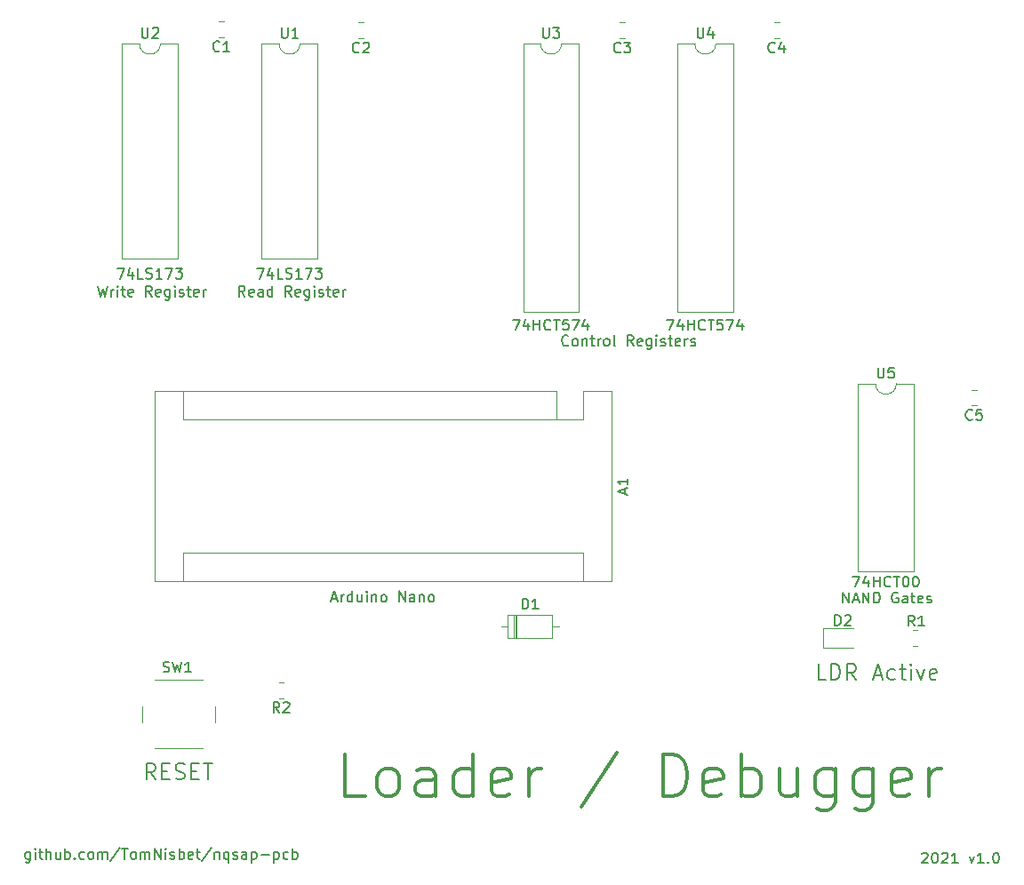
<source format=gto>
G04 #@! TF.GenerationSoftware,KiCad,Pcbnew,(5.1.9)-1*
G04 #@! TF.CreationDate,2021-10-03T23:58:30-04:00*
G04 #@! TF.ProjectId,loader,6c6f6164-6572-42e6-9b69-6361645f7063,1.0*
G04 #@! TF.SameCoordinates,Original*
G04 #@! TF.FileFunction,Legend,Top*
G04 #@! TF.FilePolarity,Positive*
%FSLAX46Y46*%
G04 Gerber Fmt 4.6, Leading zero omitted, Abs format (unit mm)*
G04 Created by KiCad (PCBNEW (5.1.9)-1) date 2021-10-03 23:58:30*
%MOMM*%
%LPD*%
G01*
G04 APERTURE LIST*
%ADD10C,0.150000*%
%ADD11C,0.300000*%
%ADD12C,0.120000*%
%ADD13C,0.170000*%
%ADD14O,1.700000X1.700000*%
%ADD15R,1.700000X1.700000*%
%ADD16C,2.000000*%
%ADD17O,1.600000X1.600000*%
%ADD18R,1.600000X1.600000*%
G04 APERTURE END LIST*
D10*
X90500000Y-132185714D02*
X90500000Y-132995238D01*
X90452380Y-133090476D01*
X90404761Y-133138095D01*
X90309523Y-133185714D01*
X90166666Y-133185714D01*
X90071428Y-133138095D01*
X90500000Y-132804761D02*
X90404761Y-132852380D01*
X90214285Y-132852380D01*
X90119047Y-132804761D01*
X90071428Y-132757142D01*
X90023809Y-132661904D01*
X90023809Y-132376190D01*
X90071428Y-132280952D01*
X90119047Y-132233333D01*
X90214285Y-132185714D01*
X90404761Y-132185714D01*
X90500000Y-132233333D01*
X90976190Y-132852380D02*
X90976190Y-132185714D01*
X90976190Y-131852380D02*
X90928571Y-131900000D01*
X90976190Y-131947619D01*
X91023809Y-131900000D01*
X90976190Y-131852380D01*
X90976190Y-131947619D01*
X91309523Y-132185714D02*
X91690476Y-132185714D01*
X91452380Y-131852380D02*
X91452380Y-132709523D01*
X91500000Y-132804761D01*
X91595238Y-132852380D01*
X91690476Y-132852380D01*
X92023809Y-132852380D02*
X92023809Y-131852380D01*
X92452380Y-132852380D02*
X92452380Y-132328571D01*
X92404761Y-132233333D01*
X92309523Y-132185714D01*
X92166666Y-132185714D01*
X92071428Y-132233333D01*
X92023809Y-132280952D01*
X93357142Y-132185714D02*
X93357142Y-132852380D01*
X92928571Y-132185714D02*
X92928571Y-132709523D01*
X92976190Y-132804761D01*
X93071428Y-132852380D01*
X93214285Y-132852380D01*
X93309523Y-132804761D01*
X93357142Y-132757142D01*
X93833333Y-132852380D02*
X93833333Y-131852380D01*
X93833333Y-132233333D02*
X93928571Y-132185714D01*
X94119047Y-132185714D01*
X94214285Y-132233333D01*
X94261904Y-132280952D01*
X94309523Y-132376190D01*
X94309523Y-132661904D01*
X94261904Y-132757142D01*
X94214285Y-132804761D01*
X94119047Y-132852380D01*
X93928571Y-132852380D01*
X93833333Y-132804761D01*
X94738095Y-132757142D02*
X94785714Y-132804761D01*
X94738095Y-132852380D01*
X94690476Y-132804761D01*
X94738095Y-132757142D01*
X94738095Y-132852380D01*
X95642857Y-132804761D02*
X95547619Y-132852380D01*
X95357142Y-132852380D01*
X95261904Y-132804761D01*
X95214285Y-132757142D01*
X95166666Y-132661904D01*
X95166666Y-132376190D01*
X95214285Y-132280952D01*
X95261904Y-132233333D01*
X95357142Y-132185714D01*
X95547619Y-132185714D01*
X95642857Y-132233333D01*
X96214285Y-132852380D02*
X96119047Y-132804761D01*
X96071428Y-132757142D01*
X96023809Y-132661904D01*
X96023809Y-132376190D01*
X96071428Y-132280952D01*
X96119047Y-132233333D01*
X96214285Y-132185714D01*
X96357142Y-132185714D01*
X96452380Y-132233333D01*
X96500000Y-132280952D01*
X96547619Y-132376190D01*
X96547619Y-132661904D01*
X96500000Y-132757142D01*
X96452380Y-132804761D01*
X96357142Y-132852380D01*
X96214285Y-132852380D01*
X96976190Y-132852380D02*
X96976190Y-132185714D01*
X96976190Y-132280952D02*
X97023809Y-132233333D01*
X97119047Y-132185714D01*
X97261904Y-132185714D01*
X97357142Y-132233333D01*
X97404761Y-132328571D01*
X97404761Y-132852380D01*
X97404761Y-132328571D02*
X97452380Y-132233333D01*
X97547619Y-132185714D01*
X97690476Y-132185714D01*
X97785714Y-132233333D01*
X97833333Y-132328571D01*
X97833333Y-132852380D01*
X99023809Y-131804761D02*
X98166666Y-133090476D01*
X99214285Y-131852380D02*
X99785714Y-131852380D01*
X99500000Y-132852380D02*
X99500000Y-131852380D01*
X100261904Y-132852380D02*
X100166666Y-132804761D01*
X100119047Y-132757142D01*
X100071428Y-132661904D01*
X100071428Y-132376190D01*
X100119047Y-132280952D01*
X100166666Y-132233333D01*
X100261904Y-132185714D01*
X100404761Y-132185714D01*
X100500000Y-132233333D01*
X100547619Y-132280952D01*
X100595238Y-132376190D01*
X100595238Y-132661904D01*
X100547619Y-132757142D01*
X100500000Y-132804761D01*
X100404761Y-132852380D01*
X100261904Y-132852380D01*
X101023809Y-132852380D02*
X101023809Y-132185714D01*
X101023809Y-132280952D02*
X101071428Y-132233333D01*
X101166666Y-132185714D01*
X101309523Y-132185714D01*
X101404761Y-132233333D01*
X101452380Y-132328571D01*
X101452380Y-132852380D01*
X101452380Y-132328571D02*
X101500000Y-132233333D01*
X101595238Y-132185714D01*
X101738095Y-132185714D01*
X101833333Y-132233333D01*
X101880952Y-132328571D01*
X101880952Y-132852380D01*
X102357142Y-132852380D02*
X102357142Y-131852380D01*
X102928571Y-132852380D01*
X102928571Y-131852380D01*
X103404761Y-132852380D02*
X103404761Y-132185714D01*
X103404761Y-131852380D02*
X103357142Y-131900000D01*
X103404761Y-131947619D01*
X103452380Y-131900000D01*
X103404761Y-131852380D01*
X103404761Y-131947619D01*
X103833333Y-132804761D02*
X103928571Y-132852380D01*
X104119047Y-132852380D01*
X104214285Y-132804761D01*
X104261904Y-132709523D01*
X104261904Y-132661904D01*
X104214285Y-132566666D01*
X104119047Y-132519047D01*
X103976190Y-132519047D01*
X103880952Y-132471428D01*
X103833333Y-132376190D01*
X103833333Y-132328571D01*
X103880952Y-132233333D01*
X103976190Y-132185714D01*
X104119047Y-132185714D01*
X104214285Y-132233333D01*
X104690476Y-132852380D02*
X104690476Y-131852380D01*
X104690476Y-132233333D02*
X104785714Y-132185714D01*
X104976190Y-132185714D01*
X105071428Y-132233333D01*
X105119047Y-132280952D01*
X105166666Y-132376190D01*
X105166666Y-132661904D01*
X105119047Y-132757142D01*
X105071428Y-132804761D01*
X104976190Y-132852380D01*
X104785714Y-132852380D01*
X104690476Y-132804761D01*
X105976190Y-132804761D02*
X105880952Y-132852380D01*
X105690476Y-132852380D01*
X105595238Y-132804761D01*
X105547619Y-132709523D01*
X105547619Y-132328571D01*
X105595238Y-132233333D01*
X105690476Y-132185714D01*
X105880952Y-132185714D01*
X105976190Y-132233333D01*
X106023809Y-132328571D01*
X106023809Y-132423809D01*
X105547619Y-132519047D01*
X106309523Y-132185714D02*
X106690476Y-132185714D01*
X106452380Y-131852380D02*
X106452380Y-132709523D01*
X106499999Y-132804761D01*
X106595238Y-132852380D01*
X106690476Y-132852380D01*
X107738095Y-131804761D02*
X106880952Y-133090476D01*
X108071428Y-132185714D02*
X108071428Y-132852380D01*
X108071428Y-132280952D02*
X108119047Y-132233333D01*
X108214285Y-132185714D01*
X108357142Y-132185714D01*
X108452380Y-132233333D01*
X108500000Y-132328571D01*
X108500000Y-132852380D01*
X109404761Y-132185714D02*
X109404761Y-133185714D01*
X109404761Y-132804761D02*
X109309523Y-132852380D01*
X109119047Y-132852380D01*
X109023809Y-132804761D01*
X108976190Y-132757142D01*
X108928571Y-132661904D01*
X108928571Y-132376190D01*
X108976190Y-132280952D01*
X109023809Y-132233333D01*
X109119047Y-132185714D01*
X109309523Y-132185714D01*
X109404761Y-132233333D01*
X109833333Y-132804761D02*
X109928571Y-132852380D01*
X110119047Y-132852380D01*
X110214285Y-132804761D01*
X110261904Y-132709523D01*
X110261904Y-132661904D01*
X110214285Y-132566666D01*
X110119047Y-132519047D01*
X109976190Y-132519047D01*
X109880952Y-132471428D01*
X109833333Y-132376190D01*
X109833333Y-132328571D01*
X109880952Y-132233333D01*
X109976190Y-132185714D01*
X110119047Y-132185714D01*
X110214285Y-132233333D01*
X111119047Y-132852380D02*
X111119047Y-132328571D01*
X111071428Y-132233333D01*
X110976190Y-132185714D01*
X110785714Y-132185714D01*
X110690476Y-132233333D01*
X111119047Y-132804761D02*
X111023809Y-132852380D01*
X110785714Y-132852380D01*
X110690476Y-132804761D01*
X110642857Y-132709523D01*
X110642857Y-132614285D01*
X110690476Y-132519047D01*
X110785714Y-132471428D01*
X111023809Y-132471428D01*
X111119047Y-132423809D01*
X111595238Y-132185714D02*
X111595238Y-133185714D01*
X111595238Y-132233333D02*
X111690476Y-132185714D01*
X111880952Y-132185714D01*
X111976190Y-132233333D01*
X112023809Y-132280952D01*
X112071428Y-132376190D01*
X112071428Y-132661904D01*
X112023809Y-132757142D01*
X111976190Y-132804761D01*
X111880952Y-132852380D01*
X111690476Y-132852380D01*
X111595238Y-132804761D01*
X112499999Y-132471428D02*
X113261904Y-132471428D01*
X113738095Y-132185714D02*
X113738095Y-133185714D01*
X113738095Y-132233333D02*
X113833333Y-132185714D01*
X114023809Y-132185714D01*
X114119047Y-132233333D01*
X114166666Y-132280952D01*
X114214285Y-132376190D01*
X114214285Y-132661904D01*
X114166666Y-132757142D01*
X114119047Y-132804761D01*
X114023809Y-132852380D01*
X113833333Y-132852380D01*
X113738095Y-132804761D01*
X115071428Y-132804761D02*
X114976190Y-132852380D01*
X114785714Y-132852380D01*
X114690476Y-132804761D01*
X114642857Y-132757142D01*
X114595238Y-132661904D01*
X114595238Y-132376190D01*
X114642857Y-132280952D01*
X114690476Y-132233333D01*
X114785714Y-132185714D01*
X114976190Y-132185714D01*
X115071428Y-132233333D01*
X115499999Y-132852380D02*
X115499999Y-131852380D01*
X115499999Y-132233333D02*
X115595238Y-132185714D01*
X115785714Y-132185714D01*
X115880952Y-132233333D01*
X115928571Y-132280952D01*
X115976190Y-132376190D01*
X115976190Y-132661904D01*
X115928571Y-132757142D01*
X115880952Y-132804761D01*
X115785714Y-132852380D01*
X115595238Y-132852380D01*
X115499999Y-132804761D01*
X175433333Y-132347619D02*
X175480952Y-132300000D01*
X175576190Y-132252380D01*
X175814285Y-132252380D01*
X175909523Y-132300000D01*
X175957142Y-132347619D01*
X176004761Y-132442857D01*
X176004761Y-132538095D01*
X175957142Y-132680952D01*
X175385714Y-133252380D01*
X176004761Y-133252380D01*
X176623809Y-132252380D02*
X176719047Y-132252380D01*
X176814285Y-132300000D01*
X176861904Y-132347619D01*
X176909523Y-132442857D01*
X176957142Y-132633333D01*
X176957142Y-132871428D01*
X176909523Y-133061904D01*
X176861904Y-133157142D01*
X176814285Y-133204761D01*
X176719047Y-133252380D01*
X176623809Y-133252380D01*
X176528571Y-133204761D01*
X176480952Y-133157142D01*
X176433333Y-133061904D01*
X176385714Y-132871428D01*
X176385714Y-132633333D01*
X176433333Y-132442857D01*
X176480952Y-132347619D01*
X176528571Y-132300000D01*
X176623809Y-132252380D01*
X177338095Y-132347619D02*
X177385714Y-132300000D01*
X177480952Y-132252380D01*
X177719047Y-132252380D01*
X177814285Y-132300000D01*
X177861904Y-132347619D01*
X177909523Y-132442857D01*
X177909523Y-132538095D01*
X177861904Y-132680952D01*
X177290476Y-133252380D01*
X177909523Y-133252380D01*
X178861904Y-133252380D02*
X178290476Y-133252380D01*
X178576190Y-133252380D02*
X178576190Y-132252380D01*
X178480952Y-132395238D01*
X178385714Y-132490476D01*
X178290476Y-132538095D01*
X179957142Y-132585714D02*
X180195238Y-133252380D01*
X180433333Y-132585714D01*
X181338095Y-133252380D02*
X180766666Y-133252380D01*
X181052380Y-133252380D02*
X181052380Y-132252380D01*
X180957142Y-132395238D01*
X180861904Y-132490476D01*
X180766666Y-132538095D01*
X181766666Y-133157142D02*
X181814285Y-133204761D01*
X181766666Y-133252380D01*
X181719047Y-133204761D01*
X181766666Y-133157142D01*
X181766666Y-133252380D01*
X182433333Y-132252380D02*
X182528571Y-132252380D01*
X182623809Y-132300000D01*
X182671428Y-132347619D01*
X182719047Y-132442857D01*
X182766666Y-132633333D01*
X182766666Y-132871428D01*
X182719047Y-133061904D01*
X182671428Y-133157142D01*
X182623809Y-133204761D01*
X182528571Y-133252380D01*
X182433333Y-133252380D01*
X182338095Y-133204761D01*
X182290476Y-133157142D01*
X182242857Y-133061904D01*
X182195238Y-132871428D01*
X182195238Y-132633333D01*
X182242857Y-132442857D01*
X182290476Y-132347619D01*
X182338095Y-132300000D01*
X182433333Y-132252380D01*
D11*
X122409523Y-126909523D02*
X120504761Y-126909523D01*
X120504761Y-122909523D01*
X124314285Y-126909523D02*
X123933333Y-126719047D01*
X123742857Y-126528571D01*
X123552380Y-126147619D01*
X123552380Y-125004761D01*
X123742857Y-124623809D01*
X123933333Y-124433333D01*
X124314285Y-124242857D01*
X124885714Y-124242857D01*
X125266666Y-124433333D01*
X125457142Y-124623809D01*
X125647619Y-125004761D01*
X125647619Y-126147619D01*
X125457142Y-126528571D01*
X125266666Y-126719047D01*
X124885714Y-126909523D01*
X124314285Y-126909523D01*
X129076190Y-126909523D02*
X129076190Y-124814285D01*
X128885714Y-124433333D01*
X128504761Y-124242857D01*
X127742857Y-124242857D01*
X127361904Y-124433333D01*
X129076190Y-126719047D02*
X128695238Y-126909523D01*
X127742857Y-126909523D01*
X127361904Y-126719047D01*
X127171428Y-126338095D01*
X127171428Y-125957142D01*
X127361904Y-125576190D01*
X127742857Y-125385714D01*
X128695238Y-125385714D01*
X129076190Y-125195238D01*
X132695238Y-126909523D02*
X132695238Y-122909523D01*
X132695238Y-126719047D02*
X132314285Y-126909523D01*
X131552380Y-126909523D01*
X131171428Y-126719047D01*
X130980952Y-126528571D01*
X130790476Y-126147619D01*
X130790476Y-125004761D01*
X130980952Y-124623809D01*
X131171428Y-124433333D01*
X131552380Y-124242857D01*
X132314285Y-124242857D01*
X132695238Y-124433333D01*
X136123809Y-126719047D02*
X135742857Y-126909523D01*
X134980952Y-126909523D01*
X134600000Y-126719047D01*
X134409523Y-126338095D01*
X134409523Y-124814285D01*
X134600000Y-124433333D01*
X134980952Y-124242857D01*
X135742857Y-124242857D01*
X136123809Y-124433333D01*
X136314285Y-124814285D01*
X136314285Y-125195238D01*
X134409523Y-125576190D01*
X138028571Y-126909523D02*
X138028571Y-124242857D01*
X138028571Y-125004761D02*
X138219047Y-124623809D01*
X138409523Y-124433333D01*
X138790476Y-124242857D01*
X139171428Y-124242857D01*
X146409523Y-122719047D02*
X142980952Y-127861904D01*
X150790476Y-126909523D02*
X150790476Y-122909523D01*
X151742857Y-122909523D01*
X152314285Y-123100000D01*
X152695238Y-123480952D01*
X152885714Y-123861904D01*
X153076190Y-124623809D01*
X153076190Y-125195238D01*
X152885714Y-125957142D01*
X152695238Y-126338095D01*
X152314285Y-126719047D01*
X151742857Y-126909523D01*
X150790476Y-126909523D01*
X156314285Y-126719047D02*
X155933333Y-126909523D01*
X155171428Y-126909523D01*
X154790476Y-126719047D01*
X154600000Y-126338095D01*
X154600000Y-124814285D01*
X154790476Y-124433333D01*
X155171428Y-124242857D01*
X155933333Y-124242857D01*
X156314285Y-124433333D01*
X156504761Y-124814285D01*
X156504761Y-125195238D01*
X154600000Y-125576190D01*
X158219047Y-126909523D02*
X158219047Y-122909523D01*
X158219047Y-124433333D02*
X158600000Y-124242857D01*
X159361904Y-124242857D01*
X159742857Y-124433333D01*
X159933333Y-124623809D01*
X160123809Y-125004761D01*
X160123809Y-126147619D01*
X159933333Y-126528571D01*
X159742857Y-126719047D01*
X159361904Y-126909523D01*
X158600000Y-126909523D01*
X158219047Y-126719047D01*
X163552380Y-124242857D02*
X163552380Y-126909523D01*
X161838095Y-124242857D02*
X161838095Y-126338095D01*
X162028571Y-126719047D01*
X162409523Y-126909523D01*
X162980952Y-126909523D01*
X163361904Y-126719047D01*
X163552380Y-126528571D01*
X167171428Y-124242857D02*
X167171428Y-127480952D01*
X166980952Y-127861904D01*
X166790476Y-128052380D01*
X166409523Y-128242857D01*
X165838095Y-128242857D01*
X165457142Y-128052380D01*
X167171428Y-126719047D02*
X166790476Y-126909523D01*
X166028571Y-126909523D01*
X165647619Y-126719047D01*
X165457142Y-126528571D01*
X165266666Y-126147619D01*
X165266666Y-125004761D01*
X165457142Y-124623809D01*
X165647619Y-124433333D01*
X166028571Y-124242857D01*
X166790476Y-124242857D01*
X167171428Y-124433333D01*
X170790476Y-124242857D02*
X170790476Y-127480952D01*
X170600000Y-127861904D01*
X170409523Y-128052380D01*
X170028571Y-128242857D01*
X169457142Y-128242857D01*
X169076190Y-128052380D01*
X170790476Y-126719047D02*
X170409523Y-126909523D01*
X169647619Y-126909523D01*
X169266666Y-126719047D01*
X169076190Y-126528571D01*
X168885714Y-126147619D01*
X168885714Y-125004761D01*
X169076190Y-124623809D01*
X169266666Y-124433333D01*
X169647619Y-124242857D01*
X170409523Y-124242857D01*
X170790476Y-124433333D01*
X174219047Y-126719047D02*
X173838095Y-126909523D01*
X173076190Y-126909523D01*
X172695238Y-126719047D01*
X172504761Y-126338095D01*
X172504761Y-124814285D01*
X172695238Y-124433333D01*
X173076190Y-124242857D01*
X173838095Y-124242857D01*
X174219047Y-124433333D01*
X174409523Y-124814285D01*
X174409523Y-125195238D01*
X172504761Y-125576190D01*
X176123809Y-126909523D02*
X176123809Y-124242857D01*
X176123809Y-125004761D02*
X176314285Y-124623809D01*
X176504761Y-124433333D01*
X176885714Y-124242857D01*
X177266666Y-124242857D01*
D12*
X161861252Y-54635000D02*
X161338748Y-54635000D01*
X161861252Y-53165000D02*
X161338748Y-53165000D01*
X147161252Y-53165000D02*
X146638748Y-53165000D01*
X147161252Y-54635000D02*
X146638748Y-54635000D01*
X114627064Y-117535000D02*
X114172936Y-117535000D01*
X114627064Y-116065000D02*
X114172936Y-116065000D01*
X106900000Y-115800000D02*
X102400000Y-115800000D01*
X108150000Y-119800000D02*
X108150000Y-118300000D01*
X102400000Y-122300000D02*
X106900000Y-122300000D01*
X101150000Y-118300000D02*
X101150000Y-119800000D01*
X180661252Y-89635000D02*
X180138748Y-89635000D01*
X180661252Y-88165000D02*
X180138748Y-88165000D01*
X171010000Y-87570000D02*
X169360000Y-87570000D01*
X169360000Y-87570000D02*
X169360000Y-105470000D01*
X169360000Y-105470000D02*
X174660000Y-105470000D01*
X174660000Y-105470000D02*
X174660000Y-87570000D01*
X174660000Y-87570000D02*
X173010000Y-87570000D01*
X173010000Y-87570000D02*
G75*
G02*
X171010000Y-87570000I-1000000J0D01*
G01*
X135990000Y-109580000D02*
X135990000Y-111820000D01*
X135990000Y-111820000D02*
X140230000Y-111820000D01*
X140230000Y-111820000D02*
X140230000Y-109580000D01*
X140230000Y-109580000D02*
X135990000Y-109580000D01*
X135340000Y-110700000D02*
X135990000Y-110700000D01*
X140880000Y-110700000D02*
X140230000Y-110700000D01*
X136710000Y-109580000D02*
X136710000Y-111820000D01*
X136830000Y-109580000D02*
X136830000Y-111820000D01*
X136590000Y-109580000D02*
X136590000Y-111820000D01*
X157460000Y-55170000D02*
X155810000Y-55170000D01*
X157460000Y-80690000D02*
X157460000Y-55170000D01*
X152160000Y-80690000D02*
X157460000Y-80690000D01*
X152160000Y-55170000D02*
X152160000Y-80690000D01*
X153810000Y-55170000D02*
X152160000Y-55170000D01*
X155810000Y-55170000D02*
G75*
G02*
X153810000Y-55170000I-1000000J0D01*
G01*
X142760000Y-55170000D02*
X141110000Y-55170000D01*
X142760000Y-80690000D02*
X142760000Y-55170000D01*
X137460000Y-80690000D02*
X142760000Y-80690000D01*
X137460000Y-55170000D02*
X137460000Y-80690000D01*
X139110000Y-55170000D02*
X137460000Y-55170000D01*
X141110000Y-55170000D02*
G75*
G02*
X139110000Y-55170000I-1000000J0D01*
G01*
X104560000Y-55170000D02*
X102910000Y-55170000D01*
X104560000Y-75610000D02*
X104560000Y-55170000D01*
X99260000Y-75610000D02*
X104560000Y-75610000D01*
X99260000Y-55170000D02*
X99260000Y-75610000D01*
X100910000Y-55170000D02*
X99260000Y-55170000D01*
X102910000Y-55170000D02*
G75*
G02*
X100910000Y-55170000I-1000000J0D01*
G01*
X117860000Y-55170000D02*
X116210000Y-55170000D01*
X117860000Y-75610000D02*
X117860000Y-55170000D01*
X112560000Y-75610000D02*
X117860000Y-75610000D01*
X112560000Y-55170000D02*
X112560000Y-75610000D01*
X114210000Y-55170000D02*
X112560000Y-55170000D01*
X116210000Y-55170000D02*
G75*
G02*
X114210000Y-55170000I-1000000J0D01*
G01*
X175027064Y-111065000D02*
X174572936Y-111065000D01*
X175027064Y-112535000D02*
X174572936Y-112535000D01*
X166040000Y-112760000D02*
X168900000Y-112760000D01*
X166040000Y-110840000D02*
X166040000Y-112760000D01*
X168900000Y-110840000D02*
X166040000Y-110840000D01*
X122261252Y-53165000D02*
X121738748Y-53165000D01*
X122261252Y-54635000D02*
X121738748Y-54635000D01*
X108961252Y-53065000D02*
X108438748Y-53065000D01*
X108961252Y-54535000D02*
X108438748Y-54535000D01*
X145840000Y-106340000D02*
X145840000Y-88300000D01*
X102400000Y-106340000D02*
X145840000Y-106340000D01*
X102400000Y-88300000D02*
X102400000Y-106340000D01*
X105070000Y-90970000D02*
X105070000Y-88300000D01*
X140630000Y-90970000D02*
X105070000Y-90970000D01*
X140630000Y-90970000D02*
X140630000Y-88300000D01*
X105070000Y-103670000D02*
X105070000Y-106340000D01*
X143170000Y-103670000D02*
X105070000Y-103670000D01*
X143170000Y-103670000D02*
X143170000Y-106340000D01*
X145840000Y-88300000D02*
X143170000Y-88300000D01*
X140630000Y-88300000D02*
X102400000Y-88300000D01*
X143170000Y-90970000D02*
X143170000Y-88300000D01*
X140630000Y-90970000D02*
X143170000Y-90970000D01*
D10*
X161433333Y-55937142D02*
X161385714Y-55984761D01*
X161242857Y-56032380D01*
X161147619Y-56032380D01*
X161004761Y-55984761D01*
X160909523Y-55889523D01*
X160861904Y-55794285D01*
X160814285Y-55603809D01*
X160814285Y-55460952D01*
X160861904Y-55270476D01*
X160909523Y-55175238D01*
X161004761Y-55080000D01*
X161147619Y-55032380D01*
X161242857Y-55032380D01*
X161385714Y-55080000D01*
X161433333Y-55127619D01*
X162290476Y-55365714D02*
X162290476Y-56032380D01*
X162052380Y-54984761D02*
X161814285Y-55699047D01*
X162433333Y-55699047D01*
X146733333Y-55937142D02*
X146685714Y-55984761D01*
X146542857Y-56032380D01*
X146447619Y-56032380D01*
X146304761Y-55984761D01*
X146209523Y-55889523D01*
X146161904Y-55794285D01*
X146114285Y-55603809D01*
X146114285Y-55460952D01*
X146161904Y-55270476D01*
X146209523Y-55175238D01*
X146304761Y-55080000D01*
X146447619Y-55032380D01*
X146542857Y-55032380D01*
X146685714Y-55080000D01*
X146733333Y-55127619D01*
X147066666Y-55032380D02*
X147685714Y-55032380D01*
X147352380Y-55413333D01*
X147495238Y-55413333D01*
X147590476Y-55460952D01*
X147638095Y-55508571D01*
X147685714Y-55603809D01*
X147685714Y-55841904D01*
X147638095Y-55937142D01*
X147590476Y-55984761D01*
X147495238Y-56032380D01*
X147209523Y-56032380D01*
X147114285Y-55984761D01*
X147066666Y-55937142D01*
X114233333Y-118902380D02*
X113900000Y-118426190D01*
X113661904Y-118902380D02*
X113661904Y-117902380D01*
X114042857Y-117902380D01*
X114138095Y-117950000D01*
X114185714Y-117997619D01*
X114233333Y-118092857D01*
X114233333Y-118235714D01*
X114185714Y-118330952D01*
X114138095Y-118378571D01*
X114042857Y-118426190D01*
X113661904Y-118426190D01*
X114614285Y-117997619D02*
X114661904Y-117950000D01*
X114757142Y-117902380D01*
X114995238Y-117902380D01*
X115090476Y-117950000D01*
X115138095Y-117997619D01*
X115185714Y-118092857D01*
X115185714Y-118188095D01*
X115138095Y-118330952D01*
X114566666Y-118902380D01*
X115185714Y-118902380D01*
X103166666Y-115004761D02*
X103309523Y-115052380D01*
X103547619Y-115052380D01*
X103642857Y-115004761D01*
X103690476Y-114957142D01*
X103738095Y-114861904D01*
X103738095Y-114766666D01*
X103690476Y-114671428D01*
X103642857Y-114623809D01*
X103547619Y-114576190D01*
X103357142Y-114528571D01*
X103261904Y-114480952D01*
X103214285Y-114433333D01*
X103166666Y-114338095D01*
X103166666Y-114242857D01*
X103214285Y-114147619D01*
X103261904Y-114100000D01*
X103357142Y-114052380D01*
X103595238Y-114052380D01*
X103738095Y-114100000D01*
X104071428Y-114052380D02*
X104309523Y-115052380D01*
X104500000Y-114338095D01*
X104690476Y-115052380D01*
X104928571Y-114052380D01*
X105833333Y-115052380D02*
X105261904Y-115052380D01*
X105547619Y-115052380D02*
X105547619Y-114052380D01*
X105452380Y-114195238D01*
X105357142Y-114290476D01*
X105261904Y-114338095D01*
D13*
X102421428Y-125278571D02*
X101921428Y-124564285D01*
X101564285Y-125278571D02*
X101564285Y-123778571D01*
X102135714Y-123778571D01*
X102278571Y-123850000D01*
X102350000Y-123921428D01*
X102421428Y-124064285D01*
X102421428Y-124278571D01*
X102350000Y-124421428D01*
X102278571Y-124492857D01*
X102135714Y-124564285D01*
X101564285Y-124564285D01*
X103064285Y-124492857D02*
X103564285Y-124492857D01*
X103778571Y-125278571D02*
X103064285Y-125278571D01*
X103064285Y-123778571D01*
X103778571Y-123778571D01*
X104350000Y-125207142D02*
X104564285Y-125278571D01*
X104921428Y-125278571D01*
X105064285Y-125207142D01*
X105135714Y-125135714D01*
X105207142Y-124992857D01*
X105207142Y-124850000D01*
X105135714Y-124707142D01*
X105064285Y-124635714D01*
X104921428Y-124564285D01*
X104635714Y-124492857D01*
X104492857Y-124421428D01*
X104421428Y-124350000D01*
X104350000Y-124207142D01*
X104350000Y-124064285D01*
X104421428Y-123921428D01*
X104492857Y-123850000D01*
X104635714Y-123778571D01*
X104992857Y-123778571D01*
X105207142Y-123850000D01*
X105850000Y-124492857D02*
X106350000Y-124492857D01*
X106564285Y-125278571D02*
X105850000Y-125278571D01*
X105850000Y-123778571D01*
X106564285Y-123778571D01*
X106992857Y-123778571D02*
X107850000Y-123778571D01*
X107421428Y-125278571D02*
X107421428Y-123778571D01*
D10*
X180233333Y-90937142D02*
X180185714Y-90984761D01*
X180042857Y-91032380D01*
X179947619Y-91032380D01*
X179804761Y-90984761D01*
X179709523Y-90889523D01*
X179661904Y-90794285D01*
X179614285Y-90603809D01*
X179614285Y-90460952D01*
X179661904Y-90270476D01*
X179709523Y-90175238D01*
X179804761Y-90080000D01*
X179947619Y-90032380D01*
X180042857Y-90032380D01*
X180185714Y-90080000D01*
X180233333Y-90127619D01*
X181138095Y-90032380D02*
X180661904Y-90032380D01*
X180614285Y-90508571D01*
X180661904Y-90460952D01*
X180757142Y-90413333D01*
X180995238Y-90413333D01*
X181090476Y-90460952D01*
X181138095Y-90508571D01*
X181185714Y-90603809D01*
X181185714Y-90841904D01*
X181138095Y-90937142D01*
X181090476Y-90984761D01*
X180995238Y-91032380D01*
X180757142Y-91032380D01*
X180661904Y-90984761D01*
X180614285Y-90937142D01*
X171248095Y-86022380D02*
X171248095Y-86831904D01*
X171295714Y-86927142D01*
X171343333Y-86974761D01*
X171438571Y-87022380D01*
X171629047Y-87022380D01*
X171724285Y-86974761D01*
X171771904Y-86927142D01*
X171819523Y-86831904D01*
X171819523Y-86022380D01*
X172771904Y-86022380D02*
X172295714Y-86022380D01*
X172248095Y-86498571D01*
X172295714Y-86450952D01*
X172390952Y-86403333D01*
X172629047Y-86403333D01*
X172724285Y-86450952D01*
X172771904Y-86498571D01*
X172819523Y-86593809D01*
X172819523Y-86831904D01*
X172771904Y-86927142D01*
X172724285Y-86974761D01*
X172629047Y-87022380D01*
X172390952Y-87022380D01*
X172295714Y-86974761D01*
X172248095Y-86927142D01*
X168843333Y-105922380D02*
X169510000Y-105922380D01*
X169081428Y-106922380D01*
X170319523Y-106255714D02*
X170319523Y-106922380D01*
X170081428Y-105874761D02*
X169843333Y-106589047D01*
X170462380Y-106589047D01*
X170843333Y-106922380D02*
X170843333Y-105922380D01*
X170843333Y-106398571D02*
X171414761Y-106398571D01*
X171414761Y-106922380D02*
X171414761Y-105922380D01*
X172462380Y-106827142D02*
X172414761Y-106874761D01*
X172271904Y-106922380D01*
X172176666Y-106922380D01*
X172033809Y-106874761D01*
X171938571Y-106779523D01*
X171890952Y-106684285D01*
X171843333Y-106493809D01*
X171843333Y-106350952D01*
X171890952Y-106160476D01*
X171938571Y-106065238D01*
X172033809Y-105970000D01*
X172176666Y-105922380D01*
X172271904Y-105922380D01*
X172414761Y-105970000D01*
X172462380Y-106017619D01*
X172748095Y-105922380D02*
X173319523Y-105922380D01*
X173033809Y-106922380D02*
X173033809Y-105922380D01*
X173843333Y-105922380D02*
X173938571Y-105922380D01*
X174033809Y-105970000D01*
X174081428Y-106017619D01*
X174129047Y-106112857D01*
X174176666Y-106303333D01*
X174176666Y-106541428D01*
X174129047Y-106731904D01*
X174081428Y-106827142D01*
X174033809Y-106874761D01*
X173938571Y-106922380D01*
X173843333Y-106922380D01*
X173748095Y-106874761D01*
X173700476Y-106827142D01*
X173652857Y-106731904D01*
X173605238Y-106541428D01*
X173605238Y-106303333D01*
X173652857Y-106112857D01*
X173700476Y-106017619D01*
X173748095Y-105970000D01*
X173843333Y-105922380D01*
X174795714Y-105922380D02*
X174890952Y-105922380D01*
X174986190Y-105970000D01*
X175033809Y-106017619D01*
X175081428Y-106112857D01*
X175129047Y-106303333D01*
X175129047Y-106541428D01*
X175081428Y-106731904D01*
X175033809Y-106827142D01*
X174986190Y-106874761D01*
X174890952Y-106922380D01*
X174795714Y-106922380D01*
X174700476Y-106874761D01*
X174652857Y-106827142D01*
X174605238Y-106731904D01*
X174557619Y-106541428D01*
X174557619Y-106303333D01*
X174605238Y-106112857D01*
X174652857Y-106017619D01*
X174700476Y-105970000D01*
X174795714Y-105922380D01*
X167909523Y-108452380D02*
X167909523Y-107452380D01*
X168480952Y-108452380D01*
X168480952Y-107452380D01*
X168909523Y-108166666D02*
X169385714Y-108166666D01*
X168814285Y-108452380D02*
X169147619Y-107452380D01*
X169480952Y-108452380D01*
X169814285Y-108452380D02*
X169814285Y-107452380D01*
X170385714Y-108452380D01*
X170385714Y-107452380D01*
X170861904Y-108452380D02*
X170861904Y-107452380D01*
X171100000Y-107452380D01*
X171242857Y-107500000D01*
X171338095Y-107595238D01*
X171385714Y-107690476D01*
X171433333Y-107880952D01*
X171433333Y-108023809D01*
X171385714Y-108214285D01*
X171338095Y-108309523D01*
X171242857Y-108404761D01*
X171100000Y-108452380D01*
X170861904Y-108452380D01*
X173147619Y-107500000D02*
X173052380Y-107452380D01*
X172909523Y-107452380D01*
X172766666Y-107500000D01*
X172671428Y-107595238D01*
X172623809Y-107690476D01*
X172576190Y-107880952D01*
X172576190Y-108023809D01*
X172623809Y-108214285D01*
X172671428Y-108309523D01*
X172766666Y-108404761D01*
X172909523Y-108452380D01*
X173004761Y-108452380D01*
X173147619Y-108404761D01*
X173195238Y-108357142D01*
X173195238Y-108023809D01*
X173004761Y-108023809D01*
X174052380Y-108452380D02*
X174052380Y-107928571D01*
X174004761Y-107833333D01*
X173909523Y-107785714D01*
X173719047Y-107785714D01*
X173623809Y-107833333D01*
X174052380Y-108404761D02*
X173957142Y-108452380D01*
X173719047Y-108452380D01*
X173623809Y-108404761D01*
X173576190Y-108309523D01*
X173576190Y-108214285D01*
X173623809Y-108119047D01*
X173719047Y-108071428D01*
X173957142Y-108071428D01*
X174052380Y-108023809D01*
X174385714Y-107785714D02*
X174766666Y-107785714D01*
X174528571Y-107452380D02*
X174528571Y-108309523D01*
X174576190Y-108404761D01*
X174671428Y-108452380D01*
X174766666Y-108452380D01*
X175480952Y-108404761D02*
X175385714Y-108452380D01*
X175195238Y-108452380D01*
X175100000Y-108404761D01*
X175052380Y-108309523D01*
X175052380Y-107928571D01*
X175100000Y-107833333D01*
X175195238Y-107785714D01*
X175385714Y-107785714D01*
X175480952Y-107833333D01*
X175528571Y-107928571D01*
X175528571Y-108023809D01*
X175052380Y-108119047D01*
X175909523Y-108404761D02*
X176004761Y-108452380D01*
X176195238Y-108452380D01*
X176290476Y-108404761D01*
X176338095Y-108309523D01*
X176338095Y-108261904D01*
X176290476Y-108166666D01*
X176195238Y-108119047D01*
X176052380Y-108119047D01*
X175957142Y-108071428D01*
X175909523Y-107976190D01*
X175909523Y-107928571D01*
X175957142Y-107833333D01*
X176052380Y-107785714D01*
X176195238Y-107785714D01*
X176290476Y-107833333D01*
X137371904Y-109032380D02*
X137371904Y-108032380D01*
X137610000Y-108032380D01*
X137752857Y-108080000D01*
X137848095Y-108175238D01*
X137895714Y-108270476D01*
X137943333Y-108460952D01*
X137943333Y-108603809D01*
X137895714Y-108794285D01*
X137848095Y-108889523D01*
X137752857Y-108984761D01*
X137610000Y-109032380D01*
X137371904Y-109032380D01*
X138895714Y-109032380D02*
X138324285Y-109032380D01*
X138610000Y-109032380D02*
X138610000Y-108032380D01*
X138514761Y-108175238D01*
X138419523Y-108270476D01*
X138324285Y-108318095D01*
X154048095Y-53622380D02*
X154048095Y-54431904D01*
X154095714Y-54527142D01*
X154143333Y-54574761D01*
X154238571Y-54622380D01*
X154429047Y-54622380D01*
X154524285Y-54574761D01*
X154571904Y-54527142D01*
X154619523Y-54431904D01*
X154619523Y-53622380D01*
X155524285Y-53955714D02*
X155524285Y-54622380D01*
X155286190Y-53574761D02*
X155048095Y-54289047D01*
X155667142Y-54289047D01*
X151167142Y-81452380D02*
X151833809Y-81452380D01*
X151405238Y-82452380D01*
X152643333Y-81785714D02*
X152643333Y-82452380D01*
X152405238Y-81404761D02*
X152167142Y-82119047D01*
X152786190Y-82119047D01*
X153167142Y-82452380D02*
X153167142Y-81452380D01*
X153167142Y-81928571D02*
X153738571Y-81928571D01*
X153738571Y-82452380D02*
X153738571Y-81452380D01*
X154786190Y-82357142D02*
X154738571Y-82404761D01*
X154595714Y-82452380D01*
X154500476Y-82452380D01*
X154357619Y-82404761D01*
X154262380Y-82309523D01*
X154214761Y-82214285D01*
X154167142Y-82023809D01*
X154167142Y-81880952D01*
X154214761Y-81690476D01*
X154262380Y-81595238D01*
X154357619Y-81500000D01*
X154500476Y-81452380D01*
X154595714Y-81452380D01*
X154738571Y-81500000D01*
X154786190Y-81547619D01*
X155071904Y-81452380D02*
X155643333Y-81452380D01*
X155357619Y-82452380D02*
X155357619Y-81452380D01*
X156452857Y-81452380D02*
X155976666Y-81452380D01*
X155929047Y-81928571D01*
X155976666Y-81880952D01*
X156071904Y-81833333D01*
X156310000Y-81833333D01*
X156405238Y-81880952D01*
X156452857Y-81928571D01*
X156500476Y-82023809D01*
X156500476Y-82261904D01*
X156452857Y-82357142D01*
X156405238Y-82404761D01*
X156310000Y-82452380D01*
X156071904Y-82452380D01*
X155976666Y-82404761D01*
X155929047Y-82357142D01*
X156833809Y-81452380D02*
X157500476Y-81452380D01*
X157071904Y-82452380D01*
X158310000Y-81785714D02*
X158310000Y-82452380D01*
X158071904Y-81404761D02*
X157833809Y-82119047D01*
X158452857Y-82119047D01*
X139348095Y-53622380D02*
X139348095Y-54431904D01*
X139395714Y-54527142D01*
X139443333Y-54574761D01*
X139538571Y-54622380D01*
X139729047Y-54622380D01*
X139824285Y-54574761D01*
X139871904Y-54527142D01*
X139919523Y-54431904D01*
X139919523Y-53622380D01*
X140300476Y-53622380D02*
X140919523Y-53622380D01*
X140586190Y-54003333D01*
X140729047Y-54003333D01*
X140824285Y-54050952D01*
X140871904Y-54098571D01*
X140919523Y-54193809D01*
X140919523Y-54431904D01*
X140871904Y-54527142D01*
X140824285Y-54574761D01*
X140729047Y-54622380D01*
X140443333Y-54622380D01*
X140348095Y-54574761D01*
X140300476Y-54527142D01*
X136457142Y-81452380D02*
X137123809Y-81452380D01*
X136695238Y-82452380D01*
X137933333Y-81785714D02*
X137933333Y-82452380D01*
X137695238Y-81404761D02*
X137457142Y-82119047D01*
X138076190Y-82119047D01*
X138457142Y-82452380D02*
X138457142Y-81452380D01*
X138457142Y-81928571D02*
X139028571Y-81928571D01*
X139028571Y-82452380D02*
X139028571Y-81452380D01*
X140076190Y-82357142D02*
X140028571Y-82404761D01*
X139885714Y-82452380D01*
X139790476Y-82452380D01*
X139647619Y-82404761D01*
X139552380Y-82309523D01*
X139504761Y-82214285D01*
X139457142Y-82023809D01*
X139457142Y-81880952D01*
X139504761Y-81690476D01*
X139552380Y-81595238D01*
X139647619Y-81500000D01*
X139790476Y-81452380D01*
X139885714Y-81452380D01*
X140028571Y-81500000D01*
X140076190Y-81547619D01*
X140361904Y-81452380D02*
X140933333Y-81452380D01*
X140647619Y-82452380D02*
X140647619Y-81452380D01*
X141742857Y-81452380D02*
X141266666Y-81452380D01*
X141219047Y-81928571D01*
X141266666Y-81880952D01*
X141361904Y-81833333D01*
X141600000Y-81833333D01*
X141695238Y-81880952D01*
X141742857Y-81928571D01*
X141790476Y-82023809D01*
X141790476Y-82261904D01*
X141742857Y-82357142D01*
X141695238Y-82404761D01*
X141600000Y-82452380D01*
X141361904Y-82452380D01*
X141266666Y-82404761D01*
X141219047Y-82357142D01*
X142123809Y-81452380D02*
X142790476Y-81452380D01*
X142361904Y-82452380D01*
X143600000Y-81785714D02*
X143600000Y-82452380D01*
X143361904Y-81404761D02*
X143123809Y-82119047D01*
X143742857Y-82119047D01*
X141761904Y-83857142D02*
X141714285Y-83904761D01*
X141571428Y-83952380D01*
X141476190Y-83952380D01*
X141333333Y-83904761D01*
X141238095Y-83809523D01*
X141190476Y-83714285D01*
X141142857Y-83523809D01*
X141142857Y-83380952D01*
X141190476Y-83190476D01*
X141238095Y-83095238D01*
X141333333Y-83000000D01*
X141476190Y-82952380D01*
X141571428Y-82952380D01*
X141714285Y-83000000D01*
X141761904Y-83047619D01*
X142333333Y-83952380D02*
X142238095Y-83904761D01*
X142190476Y-83857142D01*
X142142857Y-83761904D01*
X142142857Y-83476190D01*
X142190476Y-83380952D01*
X142238095Y-83333333D01*
X142333333Y-83285714D01*
X142476190Y-83285714D01*
X142571428Y-83333333D01*
X142619047Y-83380952D01*
X142666666Y-83476190D01*
X142666666Y-83761904D01*
X142619047Y-83857142D01*
X142571428Y-83904761D01*
X142476190Y-83952380D01*
X142333333Y-83952380D01*
X143095238Y-83285714D02*
X143095238Y-83952380D01*
X143095238Y-83380952D02*
X143142857Y-83333333D01*
X143238095Y-83285714D01*
X143380952Y-83285714D01*
X143476190Y-83333333D01*
X143523809Y-83428571D01*
X143523809Y-83952380D01*
X143857142Y-83285714D02*
X144238095Y-83285714D01*
X144000000Y-82952380D02*
X144000000Y-83809523D01*
X144047619Y-83904761D01*
X144142857Y-83952380D01*
X144238095Y-83952380D01*
X144571428Y-83952380D02*
X144571428Y-83285714D01*
X144571428Y-83476190D02*
X144619047Y-83380952D01*
X144666666Y-83333333D01*
X144761904Y-83285714D01*
X144857142Y-83285714D01*
X145333333Y-83952380D02*
X145238095Y-83904761D01*
X145190476Y-83857142D01*
X145142857Y-83761904D01*
X145142857Y-83476190D01*
X145190476Y-83380952D01*
X145238095Y-83333333D01*
X145333333Y-83285714D01*
X145476190Y-83285714D01*
X145571428Y-83333333D01*
X145619047Y-83380952D01*
X145666666Y-83476190D01*
X145666666Y-83761904D01*
X145619047Y-83857142D01*
X145571428Y-83904761D01*
X145476190Y-83952380D01*
X145333333Y-83952380D01*
X146238095Y-83952380D02*
X146142857Y-83904761D01*
X146095238Y-83809523D01*
X146095238Y-82952380D01*
X147952380Y-83952380D02*
X147619047Y-83476190D01*
X147380952Y-83952380D02*
X147380952Y-82952380D01*
X147761904Y-82952380D01*
X147857142Y-83000000D01*
X147904761Y-83047619D01*
X147952380Y-83142857D01*
X147952380Y-83285714D01*
X147904761Y-83380952D01*
X147857142Y-83428571D01*
X147761904Y-83476190D01*
X147380952Y-83476190D01*
X148761904Y-83904761D02*
X148666666Y-83952380D01*
X148476190Y-83952380D01*
X148380952Y-83904761D01*
X148333333Y-83809523D01*
X148333333Y-83428571D01*
X148380952Y-83333333D01*
X148476190Y-83285714D01*
X148666666Y-83285714D01*
X148761904Y-83333333D01*
X148809523Y-83428571D01*
X148809523Y-83523809D01*
X148333333Y-83619047D01*
X149666666Y-83285714D02*
X149666666Y-84095238D01*
X149619047Y-84190476D01*
X149571428Y-84238095D01*
X149476190Y-84285714D01*
X149333333Y-84285714D01*
X149238095Y-84238095D01*
X149666666Y-83904761D02*
X149571428Y-83952380D01*
X149380952Y-83952380D01*
X149285714Y-83904761D01*
X149238095Y-83857142D01*
X149190476Y-83761904D01*
X149190476Y-83476190D01*
X149238095Y-83380952D01*
X149285714Y-83333333D01*
X149380952Y-83285714D01*
X149571428Y-83285714D01*
X149666666Y-83333333D01*
X150142857Y-83952380D02*
X150142857Y-83285714D01*
X150142857Y-82952380D02*
X150095238Y-83000000D01*
X150142857Y-83047619D01*
X150190476Y-83000000D01*
X150142857Y-82952380D01*
X150142857Y-83047619D01*
X150571428Y-83904761D02*
X150666666Y-83952380D01*
X150857142Y-83952380D01*
X150952380Y-83904761D01*
X151000000Y-83809523D01*
X151000000Y-83761904D01*
X150952380Y-83666666D01*
X150857142Y-83619047D01*
X150714285Y-83619047D01*
X150619047Y-83571428D01*
X150571428Y-83476190D01*
X150571428Y-83428571D01*
X150619047Y-83333333D01*
X150714285Y-83285714D01*
X150857142Y-83285714D01*
X150952380Y-83333333D01*
X151285714Y-83285714D02*
X151666666Y-83285714D01*
X151428571Y-82952380D02*
X151428571Y-83809523D01*
X151476190Y-83904761D01*
X151571428Y-83952380D01*
X151666666Y-83952380D01*
X152380952Y-83904761D02*
X152285714Y-83952380D01*
X152095238Y-83952380D01*
X152000000Y-83904761D01*
X151952380Y-83809523D01*
X151952380Y-83428571D01*
X152000000Y-83333333D01*
X152095238Y-83285714D01*
X152285714Y-83285714D01*
X152380952Y-83333333D01*
X152428571Y-83428571D01*
X152428571Y-83523809D01*
X151952380Y-83619047D01*
X152857142Y-83952380D02*
X152857142Y-83285714D01*
X152857142Y-83476190D02*
X152904761Y-83380952D01*
X152952380Y-83333333D01*
X153047619Y-83285714D01*
X153142857Y-83285714D01*
X153428571Y-83904761D02*
X153523809Y-83952380D01*
X153714285Y-83952380D01*
X153809523Y-83904761D01*
X153857142Y-83809523D01*
X153857142Y-83761904D01*
X153809523Y-83666666D01*
X153714285Y-83619047D01*
X153571428Y-83619047D01*
X153476190Y-83571428D01*
X153428571Y-83476190D01*
X153428571Y-83428571D01*
X153476190Y-83333333D01*
X153571428Y-83285714D01*
X153714285Y-83285714D01*
X153809523Y-83333333D01*
X101148095Y-53622380D02*
X101148095Y-54431904D01*
X101195714Y-54527142D01*
X101243333Y-54574761D01*
X101338571Y-54622380D01*
X101529047Y-54622380D01*
X101624285Y-54574761D01*
X101671904Y-54527142D01*
X101719523Y-54431904D01*
X101719523Y-53622380D01*
X102148095Y-53717619D02*
X102195714Y-53670000D01*
X102290952Y-53622380D01*
X102529047Y-53622380D01*
X102624285Y-53670000D01*
X102671904Y-53717619D01*
X102719523Y-53812857D01*
X102719523Y-53908095D01*
X102671904Y-54050952D01*
X102100476Y-54622380D01*
X102719523Y-54622380D01*
X98780952Y-76552380D02*
X99447619Y-76552380D01*
X99019047Y-77552380D01*
X100257142Y-76885714D02*
X100257142Y-77552380D01*
X100019047Y-76504761D02*
X99780952Y-77219047D01*
X100400000Y-77219047D01*
X101257142Y-77552380D02*
X100780952Y-77552380D01*
X100780952Y-76552380D01*
X101542857Y-77504761D02*
X101685714Y-77552380D01*
X101923809Y-77552380D01*
X102019047Y-77504761D01*
X102066666Y-77457142D01*
X102114285Y-77361904D01*
X102114285Y-77266666D01*
X102066666Y-77171428D01*
X102019047Y-77123809D01*
X101923809Y-77076190D01*
X101733333Y-77028571D01*
X101638095Y-76980952D01*
X101590476Y-76933333D01*
X101542857Y-76838095D01*
X101542857Y-76742857D01*
X101590476Y-76647619D01*
X101638095Y-76600000D01*
X101733333Y-76552380D01*
X101971428Y-76552380D01*
X102114285Y-76600000D01*
X103066666Y-77552380D02*
X102495238Y-77552380D01*
X102780952Y-77552380D02*
X102780952Y-76552380D01*
X102685714Y-76695238D01*
X102590476Y-76790476D01*
X102495238Y-76838095D01*
X103400000Y-76552380D02*
X104066666Y-76552380D01*
X103638095Y-77552380D01*
X104352380Y-76552380D02*
X104971428Y-76552380D01*
X104638095Y-76933333D01*
X104780952Y-76933333D01*
X104876190Y-76980952D01*
X104923809Y-77028571D01*
X104971428Y-77123809D01*
X104971428Y-77361904D01*
X104923809Y-77457142D01*
X104876190Y-77504761D01*
X104780952Y-77552380D01*
X104495238Y-77552380D01*
X104400000Y-77504761D01*
X104352380Y-77457142D01*
X96980952Y-78252380D02*
X97219047Y-79252380D01*
X97409523Y-78538095D01*
X97600000Y-79252380D01*
X97838095Y-78252380D01*
X98219047Y-79252380D02*
X98219047Y-78585714D01*
X98219047Y-78776190D02*
X98266666Y-78680952D01*
X98314285Y-78633333D01*
X98409523Y-78585714D01*
X98504761Y-78585714D01*
X98838095Y-79252380D02*
X98838095Y-78585714D01*
X98838095Y-78252380D02*
X98790476Y-78300000D01*
X98838095Y-78347619D01*
X98885714Y-78300000D01*
X98838095Y-78252380D01*
X98838095Y-78347619D01*
X99171428Y-78585714D02*
X99552380Y-78585714D01*
X99314285Y-78252380D02*
X99314285Y-79109523D01*
X99361904Y-79204761D01*
X99457142Y-79252380D01*
X99552380Y-79252380D01*
X100266666Y-79204761D02*
X100171428Y-79252380D01*
X99980952Y-79252380D01*
X99885714Y-79204761D01*
X99838095Y-79109523D01*
X99838095Y-78728571D01*
X99885714Y-78633333D01*
X99980952Y-78585714D01*
X100171428Y-78585714D01*
X100266666Y-78633333D01*
X100314285Y-78728571D01*
X100314285Y-78823809D01*
X99838095Y-78919047D01*
X102076190Y-79252380D02*
X101742857Y-78776190D01*
X101504761Y-79252380D02*
X101504761Y-78252380D01*
X101885714Y-78252380D01*
X101980952Y-78300000D01*
X102028571Y-78347619D01*
X102076190Y-78442857D01*
X102076190Y-78585714D01*
X102028571Y-78680952D01*
X101980952Y-78728571D01*
X101885714Y-78776190D01*
X101504761Y-78776190D01*
X102885714Y-79204761D02*
X102790476Y-79252380D01*
X102600000Y-79252380D01*
X102504761Y-79204761D01*
X102457142Y-79109523D01*
X102457142Y-78728571D01*
X102504761Y-78633333D01*
X102600000Y-78585714D01*
X102790476Y-78585714D01*
X102885714Y-78633333D01*
X102933333Y-78728571D01*
X102933333Y-78823809D01*
X102457142Y-78919047D01*
X103790476Y-78585714D02*
X103790476Y-79395238D01*
X103742857Y-79490476D01*
X103695238Y-79538095D01*
X103600000Y-79585714D01*
X103457142Y-79585714D01*
X103361904Y-79538095D01*
X103790476Y-79204761D02*
X103695238Y-79252380D01*
X103504761Y-79252380D01*
X103409523Y-79204761D01*
X103361904Y-79157142D01*
X103314285Y-79061904D01*
X103314285Y-78776190D01*
X103361904Y-78680952D01*
X103409523Y-78633333D01*
X103504761Y-78585714D01*
X103695238Y-78585714D01*
X103790476Y-78633333D01*
X104266666Y-79252380D02*
X104266666Y-78585714D01*
X104266666Y-78252380D02*
X104219047Y-78300000D01*
X104266666Y-78347619D01*
X104314285Y-78300000D01*
X104266666Y-78252380D01*
X104266666Y-78347619D01*
X104695238Y-79204761D02*
X104790476Y-79252380D01*
X104980952Y-79252380D01*
X105076190Y-79204761D01*
X105123809Y-79109523D01*
X105123809Y-79061904D01*
X105076190Y-78966666D01*
X104980952Y-78919047D01*
X104838095Y-78919047D01*
X104742857Y-78871428D01*
X104695238Y-78776190D01*
X104695238Y-78728571D01*
X104742857Y-78633333D01*
X104838095Y-78585714D01*
X104980952Y-78585714D01*
X105076190Y-78633333D01*
X105409523Y-78585714D02*
X105790476Y-78585714D01*
X105552380Y-78252380D02*
X105552380Y-79109523D01*
X105600000Y-79204761D01*
X105695238Y-79252380D01*
X105790476Y-79252380D01*
X106504761Y-79204761D02*
X106409523Y-79252380D01*
X106219047Y-79252380D01*
X106123809Y-79204761D01*
X106076190Y-79109523D01*
X106076190Y-78728571D01*
X106123809Y-78633333D01*
X106219047Y-78585714D01*
X106409523Y-78585714D01*
X106504761Y-78633333D01*
X106552380Y-78728571D01*
X106552380Y-78823809D01*
X106076190Y-78919047D01*
X106980952Y-79252380D02*
X106980952Y-78585714D01*
X106980952Y-78776190D02*
X107028571Y-78680952D01*
X107076190Y-78633333D01*
X107171428Y-78585714D01*
X107266666Y-78585714D01*
X114448095Y-53622380D02*
X114448095Y-54431904D01*
X114495714Y-54527142D01*
X114543333Y-54574761D01*
X114638571Y-54622380D01*
X114829047Y-54622380D01*
X114924285Y-54574761D01*
X114971904Y-54527142D01*
X115019523Y-54431904D01*
X115019523Y-53622380D01*
X116019523Y-54622380D02*
X115448095Y-54622380D01*
X115733809Y-54622380D02*
X115733809Y-53622380D01*
X115638571Y-53765238D01*
X115543333Y-53860476D01*
X115448095Y-53908095D01*
X112090952Y-76552380D02*
X112757619Y-76552380D01*
X112329047Y-77552380D01*
X113567142Y-76885714D02*
X113567142Y-77552380D01*
X113329047Y-76504761D02*
X113090952Y-77219047D01*
X113710000Y-77219047D01*
X114567142Y-77552380D02*
X114090952Y-77552380D01*
X114090952Y-76552380D01*
X114852857Y-77504761D02*
X114995714Y-77552380D01*
X115233809Y-77552380D01*
X115329047Y-77504761D01*
X115376666Y-77457142D01*
X115424285Y-77361904D01*
X115424285Y-77266666D01*
X115376666Y-77171428D01*
X115329047Y-77123809D01*
X115233809Y-77076190D01*
X115043333Y-77028571D01*
X114948095Y-76980952D01*
X114900476Y-76933333D01*
X114852857Y-76838095D01*
X114852857Y-76742857D01*
X114900476Y-76647619D01*
X114948095Y-76600000D01*
X115043333Y-76552380D01*
X115281428Y-76552380D01*
X115424285Y-76600000D01*
X116376666Y-77552380D02*
X115805238Y-77552380D01*
X116090952Y-77552380D02*
X116090952Y-76552380D01*
X115995714Y-76695238D01*
X115900476Y-76790476D01*
X115805238Y-76838095D01*
X116710000Y-76552380D02*
X117376666Y-76552380D01*
X116948095Y-77552380D01*
X117662380Y-76552380D02*
X118281428Y-76552380D01*
X117948095Y-76933333D01*
X118090952Y-76933333D01*
X118186190Y-76980952D01*
X118233809Y-77028571D01*
X118281428Y-77123809D01*
X118281428Y-77361904D01*
X118233809Y-77457142D01*
X118186190Y-77504761D01*
X118090952Y-77552380D01*
X117805238Y-77552380D01*
X117710000Y-77504761D01*
X117662380Y-77457142D01*
X110947619Y-79252380D02*
X110614285Y-78776190D01*
X110376190Y-79252380D02*
X110376190Y-78252380D01*
X110757142Y-78252380D01*
X110852380Y-78300000D01*
X110900000Y-78347619D01*
X110947619Y-78442857D01*
X110947619Y-78585714D01*
X110900000Y-78680952D01*
X110852380Y-78728571D01*
X110757142Y-78776190D01*
X110376190Y-78776190D01*
X111757142Y-79204761D02*
X111661904Y-79252380D01*
X111471428Y-79252380D01*
X111376190Y-79204761D01*
X111328571Y-79109523D01*
X111328571Y-78728571D01*
X111376190Y-78633333D01*
X111471428Y-78585714D01*
X111661904Y-78585714D01*
X111757142Y-78633333D01*
X111804761Y-78728571D01*
X111804761Y-78823809D01*
X111328571Y-78919047D01*
X112661904Y-79252380D02*
X112661904Y-78728571D01*
X112614285Y-78633333D01*
X112519047Y-78585714D01*
X112328571Y-78585714D01*
X112233333Y-78633333D01*
X112661904Y-79204761D02*
X112566666Y-79252380D01*
X112328571Y-79252380D01*
X112233333Y-79204761D01*
X112185714Y-79109523D01*
X112185714Y-79014285D01*
X112233333Y-78919047D01*
X112328571Y-78871428D01*
X112566666Y-78871428D01*
X112661904Y-78823809D01*
X113566666Y-79252380D02*
X113566666Y-78252380D01*
X113566666Y-79204761D02*
X113471428Y-79252380D01*
X113280952Y-79252380D01*
X113185714Y-79204761D01*
X113138095Y-79157142D01*
X113090476Y-79061904D01*
X113090476Y-78776190D01*
X113138095Y-78680952D01*
X113185714Y-78633333D01*
X113280952Y-78585714D01*
X113471428Y-78585714D01*
X113566666Y-78633333D01*
X115376190Y-79252380D02*
X115042857Y-78776190D01*
X114804761Y-79252380D02*
X114804761Y-78252380D01*
X115185714Y-78252380D01*
X115280952Y-78300000D01*
X115328571Y-78347619D01*
X115376190Y-78442857D01*
X115376190Y-78585714D01*
X115328571Y-78680952D01*
X115280952Y-78728571D01*
X115185714Y-78776190D01*
X114804761Y-78776190D01*
X116185714Y-79204761D02*
X116090476Y-79252380D01*
X115900000Y-79252380D01*
X115804761Y-79204761D01*
X115757142Y-79109523D01*
X115757142Y-78728571D01*
X115804761Y-78633333D01*
X115900000Y-78585714D01*
X116090476Y-78585714D01*
X116185714Y-78633333D01*
X116233333Y-78728571D01*
X116233333Y-78823809D01*
X115757142Y-78919047D01*
X117090476Y-78585714D02*
X117090476Y-79395238D01*
X117042857Y-79490476D01*
X116995238Y-79538095D01*
X116900000Y-79585714D01*
X116757142Y-79585714D01*
X116661904Y-79538095D01*
X117090476Y-79204761D02*
X116995238Y-79252380D01*
X116804761Y-79252380D01*
X116709523Y-79204761D01*
X116661904Y-79157142D01*
X116614285Y-79061904D01*
X116614285Y-78776190D01*
X116661904Y-78680952D01*
X116709523Y-78633333D01*
X116804761Y-78585714D01*
X116995238Y-78585714D01*
X117090476Y-78633333D01*
X117566666Y-79252380D02*
X117566666Y-78585714D01*
X117566666Y-78252380D02*
X117519047Y-78300000D01*
X117566666Y-78347619D01*
X117614285Y-78300000D01*
X117566666Y-78252380D01*
X117566666Y-78347619D01*
X117995238Y-79204761D02*
X118090476Y-79252380D01*
X118280952Y-79252380D01*
X118376190Y-79204761D01*
X118423809Y-79109523D01*
X118423809Y-79061904D01*
X118376190Y-78966666D01*
X118280952Y-78919047D01*
X118138095Y-78919047D01*
X118042857Y-78871428D01*
X117995238Y-78776190D01*
X117995238Y-78728571D01*
X118042857Y-78633333D01*
X118138095Y-78585714D01*
X118280952Y-78585714D01*
X118376190Y-78633333D01*
X118709523Y-78585714D02*
X119090476Y-78585714D01*
X118852380Y-78252380D02*
X118852380Y-79109523D01*
X118900000Y-79204761D01*
X118995238Y-79252380D01*
X119090476Y-79252380D01*
X119804761Y-79204761D02*
X119709523Y-79252380D01*
X119519047Y-79252380D01*
X119423809Y-79204761D01*
X119376190Y-79109523D01*
X119376190Y-78728571D01*
X119423809Y-78633333D01*
X119519047Y-78585714D01*
X119709523Y-78585714D01*
X119804761Y-78633333D01*
X119852380Y-78728571D01*
X119852380Y-78823809D01*
X119376190Y-78919047D01*
X120280952Y-79252380D02*
X120280952Y-78585714D01*
X120280952Y-78776190D02*
X120328571Y-78680952D01*
X120376190Y-78633333D01*
X120471428Y-78585714D01*
X120566666Y-78585714D01*
X174733333Y-110652380D02*
X174400000Y-110176190D01*
X174161904Y-110652380D02*
X174161904Y-109652380D01*
X174542857Y-109652380D01*
X174638095Y-109700000D01*
X174685714Y-109747619D01*
X174733333Y-109842857D01*
X174733333Y-109985714D01*
X174685714Y-110080952D01*
X174638095Y-110128571D01*
X174542857Y-110176190D01*
X174161904Y-110176190D01*
X175685714Y-110652380D02*
X175114285Y-110652380D01*
X175400000Y-110652380D02*
X175400000Y-109652380D01*
X175304761Y-109795238D01*
X175209523Y-109890476D01*
X175114285Y-109938095D01*
X167161904Y-110602380D02*
X167161904Y-109602380D01*
X167400000Y-109602380D01*
X167542857Y-109650000D01*
X167638095Y-109745238D01*
X167685714Y-109840476D01*
X167733333Y-110030952D01*
X167733333Y-110173809D01*
X167685714Y-110364285D01*
X167638095Y-110459523D01*
X167542857Y-110554761D01*
X167400000Y-110602380D01*
X167161904Y-110602380D01*
X168114285Y-109697619D02*
X168161904Y-109650000D01*
X168257142Y-109602380D01*
X168495238Y-109602380D01*
X168590476Y-109650000D01*
X168638095Y-109697619D01*
X168685714Y-109792857D01*
X168685714Y-109888095D01*
X168638095Y-110030952D01*
X168066666Y-110602380D01*
X168685714Y-110602380D01*
D13*
X166307142Y-115778571D02*
X165592857Y-115778571D01*
X165592857Y-114278571D01*
X166807142Y-115778571D02*
X166807142Y-114278571D01*
X167164285Y-114278571D01*
X167378571Y-114350000D01*
X167521428Y-114492857D01*
X167592857Y-114635714D01*
X167664285Y-114921428D01*
X167664285Y-115135714D01*
X167592857Y-115421428D01*
X167521428Y-115564285D01*
X167378571Y-115707142D01*
X167164285Y-115778571D01*
X166807142Y-115778571D01*
X169164285Y-115778571D02*
X168664285Y-115064285D01*
X168307142Y-115778571D02*
X168307142Y-114278571D01*
X168878571Y-114278571D01*
X169021428Y-114350000D01*
X169092857Y-114421428D01*
X169164285Y-114564285D01*
X169164285Y-114778571D01*
X169092857Y-114921428D01*
X169021428Y-114992857D01*
X168878571Y-115064285D01*
X168307142Y-115064285D01*
X170878571Y-115350000D02*
X171592857Y-115350000D01*
X170735714Y-115778571D02*
X171235714Y-114278571D01*
X171735714Y-115778571D01*
X172878571Y-115707142D02*
X172735714Y-115778571D01*
X172450000Y-115778571D01*
X172307142Y-115707142D01*
X172235714Y-115635714D01*
X172164285Y-115492857D01*
X172164285Y-115064285D01*
X172235714Y-114921428D01*
X172307142Y-114850000D01*
X172450000Y-114778571D01*
X172735714Y-114778571D01*
X172878571Y-114850000D01*
X173307142Y-114778571D02*
X173878571Y-114778571D01*
X173521428Y-114278571D02*
X173521428Y-115564285D01*
X173592857Y-115707142D01*
X173735714Y-115778571D01*
X173878571Y-115778571D01*
X174378571Y-115778571D02*
X174378571Y-114778571D01*
X174378571Y-114278571D02*
X174307142Y-114350000D01*
X174378571Y-114421428D01*
X174450000Y-114350000D01*
X174378571Y-114278571D01*
X174378571Y-114421428D01*
X174950000Y-114778571D02*
X175307142Y-115778571D01*
X175664285Y-114778571D01*
X176807142Y-115707142D02*
X176664285Y-115778571D01*
X176378571Y-115778571D01*
X176235714Y-115707142D01*
X176164285Y-115564285D01*
X176164285Y-114992857D01*
X176235714Y-114850000D01*
X176378571Y-114778571D01*
X176664285Y-114778571D01*
X176807142Y-114850000D01*
X176878571Y-114992857D01*
X176878571Y-115135714D01*
X176164285Y-115278571D01*
D10*
X121833333Y-55937142D02*
X121785714Y-55984761D01*
X121642857Y-56032380D01*
X121547619Y-56032380D01*
X121404761Y-55984761D01*
X121309523Y-55889523D01*
X121261904Y-55794285D01*
X121214285Y-55603809D01*
X121214285Y-55460952D01*
X121261904Y-55270476D01*
X121309523Y-55175238D01*
X121404761Y-55080000D01*
X121547619Y-55032380D01*
X121642857Y-55032380D01*
X121785714Y-55080000D01*
X121833333Y-55127619D01*
X122214285Y-55127619D02*
X122261904Y-55080000D01*
X122357142Y-55032380D01*
X122595238Y-55032380D01*
X122690476Y-55080000D01*
X122738095Y-55127619D01*
X122785714Y-55222857D01*
X122785714Y-55318095D01*
X122738095Y-55460952D01*
X122166666Y-56032380D01*
X122785714Y-56032380D01*
X108533333Y-55837142D02*
X108485714Y-55884761D01*
X108342857Y-55932380D01*
X108247619Y-55932380D01*
X108104761Y-55884761D01*
X108009523Y-55789523D01*
X107961904Y-55694285D01*
X107914285Y-55503809D01*
X107914285Y-55360952D01*
X107961904Y-55170476D01*
X108009523Y-55075238D01*
X108104761Y-54980000D01*
X108247619Y-54932380D01*
X108342857Y-54932380D01*
X108485714Y-54980000D01*
X108533333Y-55027619D01*
X109485714Y-55932380D02*
X108914285Y-55932380D01*
X109200000Y-55932380D02*
X109200000Y-54932380D01*
X109104761Y-55075238D01*
X109009523Y-55170476D01*
X108914285Y-55218095D01*
X147146666Y-98034285D02*
X147146666Y-97558095D01*
X147432380Y-98129523D02*
X146432380Y-97796190D01*
X147432380Y-97462857D01*
X147432380Y-96605714D02*
X147432380Y-97177142D01*
X147432380Y-96891428D02*
X146432380Y-96891428D01*
X146575238Y-96986666D01*
X146670476Y-97081904D01*
X146718095Y-97177142D01*
X119242857Y-108066666D02*
X119719047Y-108066666D01*
X119147619Y-108352380D02*
X119480952Y-107352380D01*
X119814285Y-108352380D01*
X120147619Y-108352380D02*
X120147619Y-107685714D01*
X120147619Y-107876190D02*
X120195238Y-107780952D01*
X120242857Y-107733333D01*
X120338095Y-107685714D01*
X120433333Y-107685714D01*
X121195238Y-108352380D02*
X121195238Y-107352380D01*
X121195238Y-108304761D02*
X121100000Y-108352380D01*
X120909523Y-108352380D01*
X120814285Y-108304761D01*
X120766666Y-108257142D01*
X120719047Y-108161904D01*
X120719047Y-107876190D01*
X120766666Y-107780952D01*
X120814285Y-107733333D01*
X120909523Y-107685714D01*
X121100000Y-107685714D01*
X121195238Y-107733333D01*
X122100000Y-107685714D02*
X122100000Y-108352380D01*
X121671428Y-107685714D02*
X121671428Y-108209523D01*
X121719047Y-108304761D01*
X121814285Y-108352380D01*
X121957142Y-108352380D01*
X122052380Y-108304761D01*
X122100000Y-108257142D01*
X122576190Y-108352380D02*
X122576190Y-107685714D01*
X122576190Y-107352380D02*
X122528571Y-107400000D01*
X122576190Y-107447619D01*
X122623809Y-107400000D01*
X122576190Y-107352380D01*
X122576190Y-107447619D01*
X123052380Y-107685714D02*
X123052380Y-108352380D01*
X123052380Y-107780952D02*
X123100000Y-107733333D01*
X123195238Y-107685714D01*
X123338095Y-107685714D01*
X123433333Y-107733333D01*
X123480952Y-107828571D01*
X123480952Y-108352380D01*
X124100000Y-108352380D02*
X124004761Y-108304761D01*
X123957142Y-108257142D01*
X123909523Y-108161904D01*
X123909523Y-107876190D01*
X123957142Y-107780952D01*
X124004761Y-107733333D01*
X124100000Y-107685714D01*
X124242857Y-107685714D01*
X124338095Y-107733333D01*
X124385714Y-107780952D01*
X124433333Y-107876190D01*
X124433333Y-108161904D01*
X124385714Y-108257142D01*
X124338095Y-108304761D01*
X124242857Y-108352380D01*
X124100000Y-108352380D01*
X125623809Y-108352380D02*
X125623809Y-107352380D01*
X126195238Y-108352380D01*
X126195238Y-107352380D01*
X127100000Y-108352380D02*
X127100000Y-107828571D01*
X127052380Y-107733333D01*
X126957142Y-107685714D01*
X126766666Y-107685714D01*
X126671428Y-107733333D01*
X127100000Y-108304761D02*
X127004761Y-108352380D01*
X126766666Y-108352380D01*
X126671428Y-108304761D01*
X126623809Y-108209523D01*
X126623809Y-108114285D01*
X126671428Y-108019047D01*
X126766666Y-107971428D01*
X127004761Y-107971428D01*
X127100000Y-107923809D01*
X127576190Y-107685714D02*
X127576190Y-108352380D01*
X127576190Y-107780952D02*
X127623809Y-107733333D01*
X127719047Y-107685714D01*
X127861904Y-107685714D01*
X127957142Y-107733333D01*
X128004761Y-107828571D01*
X128004761Y-108352380D01*
X128623809Y-108352380D02*
X128528571Y-108304761D01*
X128480952Y-108257142D01*
X128433333Y-108161904D01*
X128433333Y-107876190D01*
X128480952Y-107780952D01*
X128528571Y-107733333D01*
X128623809Y-107685714D01*
X128766666Y-107685714D01*
X128861904Y-107733333D01*
X128909523Y-107780952D01*
X128957142Y-107876190D01*
X128957142Y-108161904D01*
X128909523Y-108257142D01*
X128861904Y-108304761D01*
X128766666Y-108352380D01*
X128623809Y-108352380D01*
%LPC*%
D14*
X182900000Y-75380000D03*
X182900000Y-72840000D03*
X182900000Y-70300000D03*
X182900000Y-67760000D03*
X182900000Y-65220000D03*
X182900000Y-62680000D03*
X182900000Y-60140000D03*
D15*
X182900000Y-57600000D03*
G36*
G01*
X161150000Y-53425000D02*
X161150000Y-54375000D01*
G75*
G02*
X160900000Y-54625000I-250000J0D01*
G01*
X160225000Y-54625000D01*
G75*
G02*
X159975000Y-54375000I0J250000D01*
G01*
X159975000Y-53425000D01*
G75*
G02*
X160225000Y-53175000I250000J0D01*
G01*
X160900000Y-53175000D01*
G75*
G02*
X161150000Y-53425000I0J-250000D01*
G01*
G37*
G36*
G01*
X163225000Y-53425000D02*
X163225000Y-54375000D01*
G75*
G02*
X162975000Y-54625000I-250000J0D01*
G01*
X162300000Y-54625000D01*
G75*
G02*
X162050000Y-54375000I0J250000D01*
G01*
X162050000Y-53425000D01*
G75*
G02*
X162300000Y-53175000I250000J0D01*
G01*
X162975000Y-53175000D01*
G75*
G02*
X163225000Y-53425000I0J-250000D01*
G01*
G37*
G36*
G01*
X146450000Y-53425000D02*
X146450000Y-54375000D01*
G75*
G02*
X146200000Y-54625000I-250000J0D01*
G01*
X145525000Y-54625000D01*
G75*
G02*
X145275000Y-54375000I0J250000D01*
G01*
X145275000Y-53425000D01*
G75*
G02*
X145525000Y-53175000I250000J0D01*
G01*
X146200000Y-53175000D01*
G75*
G02*
X146450000Y-53425000I0J-250000D01*
G01*
G37*
G36*
G01*
X148525000Y-53425000D02*
X148525000Y-54375000D01*
G75*
G02*
X148275000Y-54625000I-250000J0D01*
G01*
X147600000Y-54625000D01*
G75*
G02*
X147350000Y-54375000I0J250000D01*
G01*
X147350000Y-53425000D01*
G75*
G02*
X147600000Y-53175000I250000J0D01*
G01*
X148275000Y-53175000D01*
G75*
G02*
X148525000Y-53425000I0J-250000D01*
G01*
G37*
G36*
G01*
X114000000Y-116349999D02*
X114000000Y-117250001D01*
G75*
G02*
X113750001Y-117500000I-249999J0D01*
G01*
X113049999Y-117500000D01*
G75*
G02*
X112800000Y-117250001I0J249999D01*
G01*
X112800000Y-116349999D01*
G75*
G02*
X113049999Y-116100000I249999J0D01*
G01*
X113750001Y-116100000D01*
G75*
G02*
X114000000Y-116349999I0J-249999D01*
G01*
G37*
G36*
G01*
X116000000Y-116349999D02*
X116000000Y-117250001D01*
G75*
G02*
X115750001Y-117500000I-249999J0D01*
G01*
X115049999Y-117500000D01*
G75*
G02*
X114800000Y-117250001I0J249999D01*
G01*
X114800000Y-116349999D01*
G75*
G02*
X115049999Y-116100000I249999J0D01*
G01*
X115750001Y-116100000D01*
G75*
G02*
X116000000Y-116349999I0J-249999D01*
G01*
G37*
D16*
X101400000Y-121300000D03*
X101400000Y-116800000D03*
X107900000Y-121300000D03*
X107900000Y-116800000D03*
G36*
G01*
X179950000Y-88425000D02*
X179950000Y-89375000D01*
G75*
G02*
X179700000Y-89625000I-250000J0D01*
G01*
X179025000Y-89625000D01*
G75*
G02*
X178775000Y-89375000I0J250000D01*
G01*
X178775000Y-88425000D01*
G75*
G02*
X179025000Y-88175000I250000J0D01*
G01*
X179700000Y-88175000D01*
G75*
G02*
X179950000Y-88425000I0J-250000D01*
G01*
G37*
G36*
G01*
X182025000Y-88425000D02*
X182025000Y-89375000D01*
G75*
G02*
X181775000Y-89625000I-250000J0D01*
G01*
X181100000Y-89625000D01*
G75*
G02*
X180850000Y-89375000I0J250000D01*
G01*
X180850000Y-88425000D01*
G75*
G02*
X181100000Y-88175000I250000J0D01*
G01*
X181775000Y-88175000D01*
G75*
G02*
X182025000Y-88425000I0J-250000D01*
G01*
G37*
D17*
X175820000Y-88900000D03*
X168200000Y-104140000D03*
X175820000Y-91440000D03*
X168200000Y-101600000D03*
X175820000Y-93980000D03*
X168200000Y-99060000D03*
X175820000Y-96520000D03*
X168200000Y-96520000D03*
X175820000Y-99060000D03*
X168200000Y-93980000D03*
X175820000Y-101600000D03*
X168200000Y-91440000D03*
X175820000Y-104140000D03*
D18*
X168200000Y-88900000D03*
D17*
X141920000Y-110700000D03*
D18*
X134300000Y-110700000D03*
D17*
X158620000Y-56500000D03*
X151000000Y-79360000D03*
X158620000Y-59040000D03*
X151000000Y-76820000D03*
X158620000Y-61580000D03*
X151000000Y-74280000D03*
X158620000Y-64120000D03*
X151000000Y-71740000D03*
X158620000Y-66660000D03*
X151000000Y-69200000D03*
X158620000Y-69200000D03*
X151000000Y-66660000D03*
X158620000Y-71740000D03*
X151000000Y-64120000D03*
X158620000Y-74280000D03*
X151000000Y-61580000D03*
X158620000Y-76820000D03*
X151000000Y-59040000D03*
X158620000Y-79360000D03*
D18*
X151000000Y-56500000D03*
D17*
X143920000Y-56500000D03*
X136300000Y-79360000D03*
X143920000Y-59040000D03*
X136300000Y-76820000D03*
X143920000Y-61580000D03*
X136300000Y-74280000D03*
X143920000Y-64120000D03*
X136300000Y-71740000D03*
X143920000Y-66660000D03*
X136300000Y-69200000D03*
X143920000Y-69200000D03*
X136300000Y-66660000D03*
X143920000Y-71740000D03*
X136300000Y-64120000D03*
X143920000Y-74280000D03*
X136300000Y-61580000D03*
X143920000Y-76820000D03*
X136300000Y-59040000D03*
X143920000Y-79360000D03*
D18*
X136300000Y-56500000D03*
D17*
X105720000Y-56500000D03*
X98100000Y-74280000D03*
X105720000Y-59040000D03*
X98100000Y-71740000D03*
X105720000Y-61580000D03*
X98100000Y-69200000D03*
X105720000Y-64120000D03*
X98100000Y-66660000D03*
X105720000Y-66660000D03*
X98100000Y-64120000D03*
X105720000Y-69200000D03*
X98100000Y-61580000D03*
X105720000Y-71740000D03*
X98100000Y-59040000D03*
X105720000Y-74280000D03*
D18*
X98100000Y-56500000D03*
D17*
X119020000Y-56500000D03*
X111400000Y-74280000D03*
X119020000Y-59040000D03*
X111400000Y-71740000D03*
X119020000Y-61580000D03*
X111400000Y-69200000D03*
X119020000Y-64120000D03*
X111400000Y-66660000D03*
X119020000Y-66660000D03*
X111400000Y-64120000D03*
X119020000Y-69200000D03*
X111400000Y-61580000D03*
X119020000Y-71740000D03*
X111400000Y-59040000D03*
X119020000Y-74280000D03*
D18*
X111400000Y-56500000D03*
G36*
G01*
X174400000Y-111349999D02*
X174400000Y-112250001D01*
G75*
G02*
X174150001Y-112500000I-249999J0D01*
G01*
X173449999Y-112500000D01*
G75*
G02*
X173200000Y-112250001I0J249999D01*
G01*
X173200000Y-111349999D01*
G75*
G02*
X173449999Y-111100000I249999J0D01*
G01*
X174150001Y-111100000D01*
G75*
G02*
X174400000Y-111349999I0J-249999D01*
G01*
G37*
G36*
G01*
X176400000Y-111349999D02*
X176400000Y-112250001D01*
G75*
G02*
X176150001Y-112500000I-249999J0D01*
G01*
X175449999Y-112500000D01*
G75*
G02*
X175200000Y-112250001I0J249999D01*
G01*
X175200000Y-111349999D01*
G75*
G02*
X175449999Y-111100000I249999J0D01*
G01*
X176150001Y-111100000D01*
G75*
G02*
X176400000Y-111349999I0J-249999D01*
G01*
G37*
G36*
G01*
X168350000Y-112250001D02*
X168350000Y-111349999D01*
G75*
G02*
X168599999Y-111100000I249999J0D01*
G01*
X169250001Y-111100000D01*
G75*
G02*
X169500000Y-111349999I0J-249999D01*
G01*
X169500000Y-112250001D01*
G75*
G02*
X169250001Y-112500000I-249999J0D01*
G01*
X168599999Y-112500000D01*
G75*
G02*
X168350000Y-112250001I0J249999D01*
G01*
G37*
G36*
G01*
X166300000Y-112250001D02*
X166300000Y-111349999D01*
G75*
G02*
X166549999Y-111100000I249999J0D01*
G01*
X167200001Y-111100000D01*
G75*
G02*
X167450000Y-111349999I0J-249999D01*
G01*
X167450000Y-112250001D01*
G75*
G02*
X167200001Y-112500000I-249999J0D01*
G01*
X166549999Y-112500000D01*
G75*
G02*
X166300000Y-112250001I0J249999D01*
G01*
G37*
G36*
G01*
X121550000Y-53425000D02*
X121550000Y-54375000D01*
G75*
G02*
X121300000Y-54625000I-250000J0D01*
G01*
X120625000Y-54625000D01*
G75*
G02*
X120375000Y-54375000I0J250000D01*
G01*
X120375000Y-53425000D01*
G75*
G02*
X120625000Y-53175000I250000J0D01*
G01*
X121300000Y-53175000D01*
G75*
G02*
X121550000Y-53425000I0J-250000D01*
G01*
G37*
G36*
G01*
X123625000Y-53425000D02*
X123625000Y-54375000D01*
G75*
G02*
X123375000Y-54625000I-250000J0D01*
G01*
X122700000Y-54625000D01*
G75*
G02*
X122450000Y-54375000I0J250000D01*
G01*
X122450000Y-53425000D01*
G75*
G02*
X122700000Y-53175000I250000J0D01*
G01*
X123375000Y-53175000D01*
G75*
G02*
X123625000Y-53425000I0J-250000D01*
G01*
G37*
G36*
G01*
X108250000Y-53325000D02*
X108250000Y-54275000D01*
G75*
G02*
X108000000Y-54525000I-250000J0D01*
G01*
X107325000Y-54525000D01*
G75*
G02*
X107075000Y-54275000I0J250000D01*
G01*
X107075000Y-53325000D01*
G75*
G02*
X107325000Y-53075000I250000J0D01*
G01*
X108000000Y-53075000D01*
G75*
G02*
X108250000Y-53325000I0J-250000D01*
G01*
G37*
G36*
G01*
X110325000Y-53325000D02*
X110325000Y-54275000D01*
G75*
G02*
X110075000Y-54525000I-250000J0D01*
G01*
X109400000Y-54525000D01*
G75*
G02*
X109150000Y-54275000I0J250000D01*
G01*
X109150000Y-53325000D01*
G75*
G02*
X109400000Y-53075000I250000J0D01*
G01*
X110075000Y-53075000D01*
G75*
G02*
X110325000Y-53325000I0J-250000D01*
G01*
G37*
D17*
X106340000Y-104940000D03*
X106340000Y-89700000D03*
X141900000Y-104940000D03*
X108880000Y-89700000D03*
X139360000Y-104940000D03*
X111420000Y-89700000D03*
X136820000Y-104940000D03*
X113960000Y-89700000D03*
X134280000Y-104940000D03*
X116500000Y-89700000D03*
X131740000Y-104940000D03*
X119040000Y-89700000D03*
X129200000Y-104940000D03*
X121580000Y-89700000D03*
X126660000Y-104940000D03*
X124120000Y-89700000D03*
X124120000Y-104940000D03*
X126660000Y-89700000D03*
X121580000Y-104940000D03*
X129200000Y-89700000D03*
X119040000Y-104940000D03*
X131740000Y-89700000D03*
X116500000Y-104940000D03*
X134280000Y-89700000D03*
X113960000Y-104940000D03*
X136820000Y-89700000D03*
X111420000Y-104940000D03*
X139360000Y-89700000D03*
X108880000Y-104940000D03*
D18*
X141900000Y-89700000D03*
D14*
X185460000Y-136000000D03*
X182920000Y-136000000D03*
X180380000Y-136000000D03*
X177840000Y-136000000D03*
X175300000Y-136000000D03*
X172760000Y-136000000D03*
X170220000Y-136000000D03*
X167680000Y-136000000D03*
X165140000Y-136000000D03*
X162600000Y-136000000D03*
X160060000Y-136000000D03*
X157520000Y-136000000D03*
X154980000Y-136000000D03*
X152440000Y-136000000D03*
X149900000Y-136000000D03*
X147360000Y-136000000D03*
X144820000Y-136000000D03*
X142280000Y-136000000D03*
X139740000Y-136000000D03*
X137200000Y-136000000D03*
X134660000Y-136000000D03*
X132120000Y-136000000D03*
X129580000Y-136000000D03*
X127040000Y-136000000D03*
X124500000Y-136000000D03*
X121960000Y-136000000D03*
X119420000Y-136000000D03*
X116880000Y-136000000D03*
X114340000Y-136000000D03*
X111800000Y-136000000D03*
X109260000Y-136000000D03*
X106720000Y-136000000D03*
X104180000Y-136000000D03*
X101640000Y-136000000D03*
X99100000Y-136000000D03*
X96560000Y-136000000D03*
X94020000Y-136000000D03*
X91480000Y-136000000D03*
X88940000Y-136000000D03*
D15*
X86400000Y-136000000D03*
D14*
X185460000Y-46000000D03*
X182920000Y-46000000D03*
X180380000Y-46000000D03*
X177840000Y-46000000D03*
X175300000Y-46000000D03*
X172760000Y-46000000D03*
X170220000Y-46000000D03*
X167680000Y-46000000D03*
X165140000Y-46000000D03*
X162600000Y-46000000D03*
X160060000Y-46000000D03*
X157520000Y-46000000D03*
X154980000Y-46000000D03*
X152440000Y-46000000D03*
X149900000Y-46000000D03*
X147360000Y-46000000D03*
X144820000Y-46000000D03*
X142280000Y-46000000D03*
X139740000Y-46000000D03*
X137200000Y-46000000D03*
X134660000Y-46000000D03*
X132120000Y-46000000D03*
X129580000Y-46000000D03*
X127040000Y-46000000D03*
X124500000Y-46000000D03*
X121960000Y-46000000D03*
X119420000Y-46000000D03*
X116880000Y-46000000D03*
X114340000Y-46000000D03*
X111800000Y-46000000D03*
X109260000Y-46000000D03*
X106720000Y-46000000D03*
X104180000Y-46000000D03*
X101640000Y-46000000D03*
X99100000Y-46000000D03*
X96560000Y-46000000D03*
X94020000Y-46000000D03*
X91480000Y-46000000D03*
X88940000Y-46000000D03*
D15*
X86400000Y-46000000D03*
M02*

</source>
